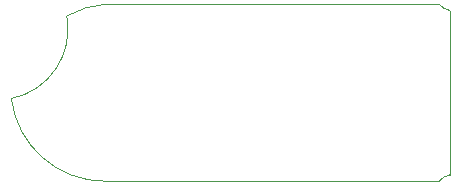
<source format=gbr>
%TF.GenerationSoftware,KiCad,Pcbnew,(6.0.8)*%
%TF.CreationDate,2022-10-18T11:45:22-07:00*%
%TF.ProjectId,ovrdrive,6f767264-7269-4766-952e-6b696361645f,rev?*%
%TF.SameCoordinates,Original*%
%TF.FileFunction,Profile,NP*%
%FSLAX46Y46*%
G04 Gerber Fmt 4.6, Leading zero omitted, Abs format (unit mm)*
G04 Created by KiCad (PCBNEW (6.0.8)) date 2022-10-18 11:45:22*
%MOMM*%
%LPD*%
G01*
G04 APERTURE LIST*
%TA.AperFunction,Profile*%
%ADD10C,0.050000*%
%TD*%
G04 APERTURE END LIST*
D10*
X115284441Y-96623721D02*
G75*
G03*
X111984456Y-97623722I615559J-7976279D01*
G01*
X115284463Y-111623719D02*
X143484463Y-111623719D01*
X107284461Y-104623722D02*
G75*
G03*
X115284458Y-111623719I7937289J999762D01*
G01*
X144434511Y-111073730D02*
G75*
G03*
X143484517Y-111623715I325889J-1658370D01*
G01*
X107284456Y-104623718D02*
G75*
G03*
X111984470Y-97623759I-1194506J5879888D01*
G01*
X143484519Y-96623710D02*
G75*
G03*
X144434512Y-97173718I1275881J1108310D01*
G01*
X144434463Y-97173719D02*
X144434463Y-111073719D01*
X115284463Y-96623719D02*
X143484463Y-96623719D01*
M02*

</source>
